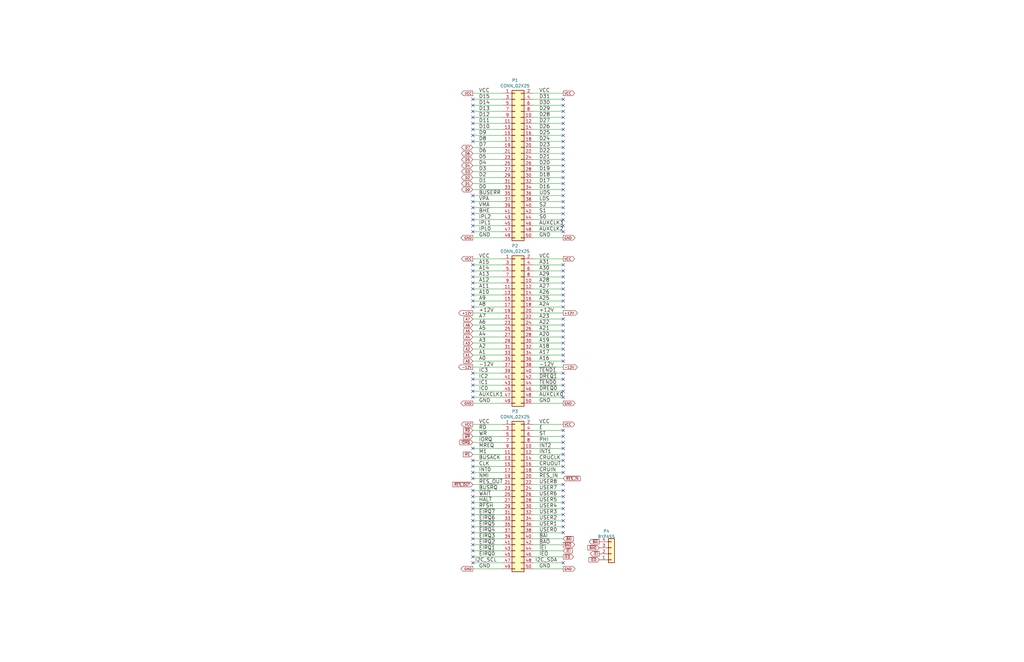
<source format=kicad_sch>
(kicad_sch (version 20211123) (generator eeschema)
  (paper "B")
  (lib_symbols
    (symbol "Connector_Generic:Conn_01x04" (pin_names (offset 1.016) hide)
      (property "Reference" "J" (at 0 5.08 0))
      (property "Value" "Conn_01x04" (at 0 -7.62 0))
      (symbol "Conn_01x04_1_1"
        (rectangle (start -1.27 -4.953) (end 0 -5.207) (stroke (width 0.1524)))
        (rectangle (start -1.27 -2.413) (end 0 -2.667) (stroke (width 0.1524)))
        (rectangle (start -1.27 0.127) (end 0 -0.127) (stroke (width 0.1524)))
        (rectangle (start -1.27 2.667) (end 0 2.413) (stroke (width 0.1524)))
        (rectangle (start -1.27 3.81) (end 1.27 -6.35) (stroke (width 0.254)) (fill (type background)))
        (pin passive line (at -5.08 2.54 0) (length 3.81) (name "Pin_1") (number "1"))
        (pin passive line (at -5.08 0 0) (length 3.81) (name "Pin_2") (number "2"))
        (pin passive line (at -5.08 -2.54 0) (length 3.81) (name "Pin_3") (number "3"))
        (pin passive line (at -5.08 -5.08 0) (length 3.81) (name "Pin_4") (number "4"))
      )
    )
    (symbol "Connector_Generic:Conn_02x25_Odd_Even" (pin_names (offset 1.016) hide)
      (property "Reference" "J" (at 1.27 33.02 0))
      (property "Value" "Conn_02x25_Odd_Even" (at 1.27 -33.02 0))
      (symbol "Conn_02x25_Odd_Even_1_1"
        (rectangle (start -1.27 -30.353) (end 0 -30.607) (stroke (width 0.1524)))
        (rectangle (start -1.27 -27.813) (end 0 -28.067) (stroke (width 0.1524)))
        (rectangle (start -1.27 -25.273) (end 0 -25.527) (stroke (width 0.1524)))
        (rectangle (start -1.27 -22.733) (end 0 -22.987) (stroke (width 0.1524)))
        (rectangle (start -1.27 -20.193) (end 0 -20.447) (stroke (width 0.1524)))
        (rectangle (start -1.27 -17.653) (end 0 -17.907) (stroke (width 0.1524)))
        (rectangle (start -1.27 -15.113) (end 0 -15.367) (stroke (width 0.1524)))
        (rectangle (start -1.27 -12.573) (end 0 -12.827) (stroke (width 0.1524)))
        (rectangle (start -1.27 -10.033) (end 0 -10.287) (stroke (width 0.1524)))
        (rectangle (start -1.27 -7.493) (end 0 -7.747) (stroke (width 0.1524)))
        (rectangle (start -1.27 -4.953) (end 0 -5.207) (stroke (width 0.1524)))
        (rectangle (start -1.27 -2.413) (end 0 -2.667) (stroke (width 0.1524)))
        (rectangle (start -1.27 0.127) (end 0 -0.127) (stroke (width 0.1524)))
        (rectangle (start -1.27 2.667) (end 0 2.413) (stroke (width 0.1524)))
        (rectangle (start -1.27 5.207) (end 0 4.953) (stroke (width 0.1524)))
        (rectangle (start -1.27 7.747) (end 0 7.493) (stroke (width 0.1524)))
        (rectangle (start -1.27 10.287) (end 0 10.033) (stroke (width 0.1524)))
        (rectangle (start -1.27 12.827) (end 0 12.573) (stroke (width 0.1524)))
        (rectangle (start -1.27 15.367) (end 0 15.113) (stroke (width 0.1524)))
        (rectangle (start -1.27 17.907) (end 0 17.653) (stroke (width 0.1524)))
        (rectangle (start -1.27 20.447) (end 0 20.193) (stroke (width 0.1524)))
        (rectangle (start -1.27 22.987) (end 0 22.733) (stroke (width 0.1524)))
        (rectangle (start -1.27 25.527) (end 0 25.273) (stroke (width 0.1524)))
        (rectangle (start -1.27 28.067) (end 0 27.813) (stroke (width 0.1524)))
        (rectangle (start -1.27 30.607) (end 0 30.353) (stroke (width 0.1524)))
        (rectangle (start -1.27 31.75) (end 3.81 -31.75) (stroke (width 0.254)) (fill (type background)))
        (rectangle (start 3.81 -30.353) (end 2.54 -30.607) (stroke (width 0.1524)))
        (rectangle (start 3.81 -27.813) (end 2.54 -28.067) (stroke (width 0.1524)))
        (rectangle (start 3.81 -25.273) (end 2.54 -25.527) (stroke (width 0.1524)))
        (rectangle (start 3.81 -22.733) (end 2.54 -22.987) (stroke (width 0.1524)))
        (rectangle (start 3.81 -20.193) (end 2.54 -20.447) (stroke (width 0.1524)))
        (rectangle (start 3.81 -17.653) (end 2.54 -17.907) (stroke (width 0.1524)))
        (rectangle (start 3.81 -15.113) (end 2.54 -15.367) (stroke (width 0.1524)))
        (rectangle (start 3.81 -12.573) (end 2.54 -12.827) (stroke (width 0.1524)))
        (rectangle (start 3.81 -10.033) (end 2.54 -10.287) (stroke (width 0.1524)))
        (rectangle (start 3.81 -7.493) (end 2.54 -7.747) (stroke (width 0.1524)))
        (rectangle (start 3.81 -4.953) (end 2.54 -5.207) (stroke (width 0.1524)))
        (rectangle (start 3.81 -2.413) (end 2.54 -2.667) (stroke (width 0.1524)))
        (rectangle (start 3.81 0.127) (end 2.54 -0.127) (stroke (width 0.1524)))
        (rectangle (start 3.81 2.667) (end 2.54 2.413) (stroke (width 0.1524)))
        (rectangle (start 3.81 5.207) (end 2.54 4.953) (stroke (width 0.1524)))
        (rectangle (start 3.81 7.747) (end 2.54 7.493) (stroke (width 0.1524)))
        (rectangle (start 3.81 10.287) (end 2.54 10.033) (stroke (width 0.1524)))
        (rectangle (start 3.81 12.827) (end 2.54 12.573) (stroke (width 0.1524)))
        (rectangle (start 3.81 15.367) (end 2.54 15.113) (stroke (width 0.1524)))
        (rectangle (start 3.81 17.907) (end 2.54 17.653) (stroke (width 0.1524)))
        (rectangle (start 3.81 20.447) (end 2.54 20.193) (stroke (width 0.1524)))
        (rectangle (start 3.81 22.987) (end 2.54 22.733) (stroke (width 0.1524)))
        (rectangle (start 3.81 25.527) (end 2.54 25.273) (stroke (width 0.1524)))
        (rectangle (start 3.81 28.067) (end 2.54 27.813) (stroke (width 0.1524)))
        (rectangle (start 3.81 30.607) (end 2.54 30.353) (stroke (width 0.1524)))
        (pin passive line (at -5.08 30.48 0) (length 3.81) (name "Pin_1") (number "1"))
        (pin passive line (at 7.62 20.32 180) (length 3.81) (name "Pin_10") (number "10"))
        (pin passive line (at -5.08 17.78 0) (length 3.81) (name "Pin_11") (number "11"))
        (pin passive line (at 7.62 17.78 180) (length 3.81) (name "Pin_12") (number "12"))
        (pin passive line (at -5.08 15.24 0) (length 3.81) (name "Pin_13") (number "13"))
        (pin passive line (at 7.62 15.24 180) (length 3.81) (name "Pin_14") (number "14"))
        (pin passive line (at -5.08 12.7 0) (length 3.81) (name "Pin_15") (number "15"))
        (pin passive line (at 7.62 12.7 180) (length 3.81) (name "Pin_16") (number "16"))
        (pin passive line (at -5.08 10.16 0) (length 3.81) (name "Pin_17") (number "17"))
        (pin passive line (at 7.62 10.16 180) (length 3.81) (name "Pin_18") (number "18"))
        (pin passive line (at -5.08 7.62 0) (length 3.81) (name "Pin_19") (number "19"))
        (pin passive line (at 7.62 30.48 180) (length 3.81) (name "Pin_2") (number "2"))
        (pin passive line (at 7.62 7.62 180) (length 3.81) (name "Pin_20") (number "20"))
        (pin passive line (at -5.08 5.08 0) (length 3.81) (name "Pin_21") (number "21"))
        (pin passive line (at 7.62 5.08 180) (length 3.81) (name "Pin_22") (number "22"))
        (pin passive line (at -5.08 2.54 0) (length 3.81) (name "Pin_23") (number "23"))
        (pin passive line (at 7.62 2.54 180) (length 3.81) (name "Pin_24") (number "24"))
        (pin passive line (at -5.08 0 0) (length 3.81) (name "Pin_25") (number "25"))
        (pin passive line (at 7.62 0 180) (length 3.81) (name "Pin_26") (number "26"))
        (pin passive line (at -5.08 -2.54 0) (length 3.81) (name "Pin_27") (number "27"))
        (pin passive line (at 7.62 -2.54 180) (length 3.81) (name "Pin_28") (number "28"))
        (pin passive line (at -5.08 -5.08 0) (length 3.81) (name "Pin_29") (number "29"))
        (pin passive line (at -5.08 27.94 0) (length 3.81) (name "Pin_3") (number "3"))
        (pin passive line (at 7.62 -5.08 180) (length 3.81) (name "Pin_30") (number "30"))
        (pin passive line (at -5.08 -7.62 0) (length 3.81) (name "Pin_31") (number "31"))
        (pin passive line (at 7.62 -7.62 180) (length 3.81) (name "Pin_32") (number "32"))
        (pin passive line (at -5.08 -10.16 0) (length 3.81) (name "Pin_33") (number "33"))
        (pin passive line (at 7.62 -10.16 180) (length 3.81) (name "Pin_34") (number "34"))
        (pin passive line (at -5.08 -12.7 0) (length 3.81) (name "Pin_35") (number "35"))
        (pin passive line (at 7.62 -12.7 180) (length 3.81) (name "Pin_36") (number "36"))
        (pin passive line (at -5.08 -15.24 0) (length 3.81) (name "Pin_37") (number "37"))
        (pin passive line (at 7.62 -15.24 180) (length 3.81) (name "Pin_38") (number "38"))
        (pin passive line (at -5.08 -17.78 0) (length 3.81) (name "Pin_39") (number "39"))
        (pin passive line (at 7.62 27.94 180) (length 3.81) (name "Pin_4") (number "4"))
        (pin passive line (at 7.62 -17.78 180) (length 3.81) (name "Pin_40") (number "40"))
        (pin passive line (at -5.08 -20.32 0) (length 3.81) (name "Pin_41") (number "41"))
        (pin passive line (at 7.62 -20.32 180) (length 3.81) (name "Pin_42") (number "42"))
        (pin passive line (at -5.08 -22.86 0) (length 3.81) (name "Pin_43") (number "43"))
        (pin passive line (at 7.62 -22.86 180) (length 3.81) (name "Pin_44") (number "44"))
        (pin passive line (at -5.08 -25.4 0) (length 3.81) (name "Pin_45") (number "45"))
        (pin passive line (at 7.62 -25.4 180) (length 3.81) (name "Pin_46") (number "46"))
        (pin passive line (at -5.08 -27.94 0) (length 3.81) (name "Pin_47") (number "47"))
        (pin passive line (at 7.62 -27.94 180) (length 3.81) (name "Pin_48") (number "48"))
        (pin passive line (at -5.08 -30.48 0) (length 3.81) (name "Pin_49") (number "49"))
        (pin passive line (at -5.08 25.4 0) (length 3.81) (name "Pin_5") (number "5"))
        (pin passive line (at 7.62 -30.48 180) (length 3.81) (name "Pin_50") (number "50"))
        (pin passive line (at 7.62 25.4 180) (length 3.81) (name "Pin_6") (number "6"))
        (pin passive line (at -5.08 22.86 0) (length 3.81) (name "Pin_7") (number "7"))
        (pin passive line (at 7.62 22.86 180) (length 3.81) (name "Pin_8") (number "8"))
        (pin passive line (at -5.08 20.32 0) (length 3.81) (name "Pin_9") (number "9"))
      )
    )
  )
  (no_connect (at 199.39 90.17))
  (no_connect (at 237.49 196.85))
  (no_connect (at 237.49 46.99))
  (no_connect (at 199.39 167.64))
  (no_connect (at 237.49 59.69))
  (no_connect (at 199.39 85.09))
  (no_connect (at 237.49 77.47))
  (no_connect (at 199.39 54.61))
  (no_connect (at 199.39 224.79))
  (no_connect (at 237.49 111.76))
  (no_connect (at 199.39 196.85))
  (no_connect (at 199.39 121.92))
  (no_connect (at 199.39 212.09))
  (no_connect (at 237.49 237.49))
  (no_connect (at 237.49 142.24))
  (no_connect (at 237.49 191.77))
  (no_connect (at 237.49 69.85))
  (no_connect (at 237.49 67.31))
  (no_connect (at 199.39 189.23))
  (no_connect (at 237.49 212.09))
  (no_connect (at 237.49 139.7))
  (no_connect (at 199.39 116.84))
  (no_connect (at 237.49 64.77))
  (no_connect (at 199.39 97.79))
  (no_connect (at 237.49 119.38))
  (no_connect (at 237.49 186.69))
  (no_connect (at 237.49 127))
  (no_connect (at 199.39 227.33))
  (no_connect (at 199.39 207.01))
  (no_connect (at 199.39 232.41))
  (no_connect (at 199.39 52.07))
  (no_connect (at 199.39 124.46))
  (no_connect (at 199.39 119.38))
  (no_connect (at 199.39 219.71))
  (no_connect (at 237.49 181.61))
  (no_connect (at 199.39 49.53))
  (no_connect (at 237.49 184.15))
  (no_connect (at 199.39 59.69))
  (no_connect (at 199.39 41.91))
  (no_connect (at 199.39 160.02))
  (no_connect (at 237.49 116.84))
  (no_connect (at 237.49 54.61))
  (no_connect (at 199.39 157.48))
  (no_connect (at 199.39 165.1))
  (no_connect (at 237.49 52.07))
  (no_connect (at 199.39 201.93))
  (no_connect (at 237.49 214.63))
  (no_connect (at 237.49 114.3))
  (no_connect (at 237.49 152.4))
  (no_connect (at 237.49 74.93))
  (no_connect (at 199.39 129.54))
  (no_connect (at 237.49 165.1))
  (no_connect (at 199.39 57.15))
  (no_connect (at 199.39 234.95))
  (no_connect (at 237.49 217.17))
  (no_connect (at 199.39 46.99))
  (no_connect (at 199.39 222.25))
  (no_connect (at 237.49 57.15))
  (no_connect (at 237.49 189.23))
  (no_connect (at 237.49 62.23))
  (no_connect (at 237.49 72.39))
  (no_connect (at 237.49 157.48))
  (no_connect (at 237.49 224.79))
  (no_connect (at 237.49 162.56))
  (no_connect (at 199.39 214.63))
  (no_connect (at 237.49 97.79))
  (no_connect (at 237.49 160.02))
  (no_connect (at 199.39 217.17))
  (no_connect (at 237.49 90.17))
  (no_connect (at 237.49 219.71))
  (no_connect (at 237.49 49.53))
  (no_connect (at 237.49 194.31))
  (no_connect (at 199.39 92.71))
  (no_connect (at 199.39 127))
  (no_connect (at 199.39 229.87))
  (no_connect (at 199.39 87.63))
  (no_connect (at 199.39 114.3))
  (no_connect (at 237.49 92.71))
  (no_connect (at 237.49 209.55))
  (no_connect (at 199.39 44.45))
  (no_connect (at 237.49 204.47))
  (no_connect (at 237.49 85.09))
  (no_connect (at 237.49 95.25))
  (no_connect (at 237.49 80.01))
  (no_connect (at 237.49 207.01))
  (no_connect (at 237.49 82.55))
  (no_connect (at 237.49 147.32))
  (no_connect (at 237.49 222.25))
  (no_connect (at 199.39 199.39))
  (no_connect (at 237.49 199.39))
  (no_connect (at 237.49 87.63))
  (no_connect (at 199.39 194.31))
  (no_connect (at 199.39 111.76))
  (no_connect (at 237.49 129.54))
  (no_connect (at 199.39 82.55))
  (no_connect (at 199.39 95.25))
  (no_connect (at 237.49 41.91))
  (no_connect (at 237.49 121.92))
  (no_connect (at 237.49 44.45))
  (no_connect (at 237.49 137.16))
  (no_connect (at 237.49 149.86))
  (no_connect (at 237.49 144.78))
  (no_connect (at 199.39 237.49))
  (no_connect (at 237.49 134.62))
  (no_connect (at 199.39 162.56))
  (no_connect (at 237.49 167.64))
  (no_connect (at 237.49 124.46))
  (no_connect (at 199.39 209.55))
  (wire (pts (xy 224.79 224.79) (xy 237.49 224.79)))
  (wire (pts (xy 199.39 224.79) (xy 212.09 224.79)))
  (wire (pts (xy 224.79 77.47) (xy 237.49 77.47)))
  (wire (pts (xy 199.39 54.61) (xy 212.09 54.61)))
  (wire (pts (xy 199.39 209.55) (xy 212.09 209.55)))
  (wire (pts (xy 224.79 207.01) (xy 237.49 207.01)))
  (wire (pts (xy 199.39 137.16) (xy 212.09 137.16)))
  (wire (pts (xy 199.39 49.53) (xy 212.09 49.53)))
  (wire (pts (xy 224.79 97.79) (xy 237.49 97.79)))
  (wire (pts (xy 237.49 194.31) (xy 224.79 194.31)))
  (wire (pts (xy 224.79 201.93) (xy 237.49 201.93)))
  (wire (pts (xy 224.79 209.55) (xy 237.49 209.55)))
  (wire (pts (xy 224.79 57.15) (xy 237.49 57.15)))
  (wire (pts (xy 199.39 240.03) (xy 212.09 240.03)))
  (wire (pts (xy 224.79 100.33) (xy 237.49 100.33)))
  (wire (pts (xy 199.39 67.31) (xy 212.09 67.31)))
  (wire (pts (xy 224.79 85.09) (xy 237.49 85.09)))
  (wire (pts (xy 224.79 142.24) (xy 237.49 142.24)))
  (wire (pts (xy 199.39 152.4) (xy 212.09 152.4)))
  (wire (pts (xy 212.09 160.02) (xy 199.39 160.02)))
  (wire (pts (xy 224.79 137.16) (xy 237.49 137.16)))
  (wire (pts (xy 212.09 85.09) (xy 199.39 85.09)))
  (wire (pts (xy 199.39 204.47) (xy 212.09 204.47)))
  (wire (pts (xy 224.79 80.01) (xy 237.49 80.01)))
  (wire (pts (xy 224.79 212.09) (xy 237.49 212.09)))
  (wire (pts (xy 199.39 74.93) (xy 212.09 74.93)))
  (wire (pts (xy 224.79 170.18) (xy 237.49 170.18)))
  (wire (pts (xy 199.39 149.86) (xy 212.09 149.86)))
  (wire (pts (xy 199.39 116.84) (xy 212.09 116.84)))
  (wire (pts (xy 199.39 227.33) (xy 212.09 227.33)))
  (wire (pts (xy 237.49 184.15) (xy 224.79 184.15)))
  (wire (pts (xy 199.39 134.62) (xy 212.09 134.62)))
  (wire (pts (xy 224.79 144.78) (xy 237.49 144.78)))
  (wire (pts (xy 224.79 124.46) (xy 237.49 124.46)))
  (wire (pts (xy 199.39 52.07) (xy 212.09 52.07)))
  (wire (pts (xy 199.39 199.39) (xy 212.09 199.39)))
  (wire (pts (xy 224.79 67.31) (xy 237.49 67.31)))
  (wire (pts (xy 237.49 95.25) (xy 224.79 95.25)))
  (wire (pts (xy 224.79 114.3) (xy 237.49 114.3)))
  (wire (pts (xy 199.39 41.91) (xy 212.09 41.91)))
  (wire (pts (xy 199.39 111.76) (xy 212.09 111.76)))
  (wire (pts (xy 199.39 44.45) (xy 212.09 44.45)))
  (wire (pts (xy 224.79 44.45) (xy 237.49 44.45)))
  (wire (pts (xy 199.39 59.69) (xy 212.09 59.69)))
  (wire (pts (xy 224.79 129.54) (xy 237.49 129.54)))
  (wire (pts (xy 224.79 147.32) (xy 237.49 147.32)))
  (wire (pts (xy 199.39 77.47) (xy 212.09 77.47)))
  (wire (pts (xy 199.39 191.77) (xy 212.09 191.77)))
  (wire (pts (xy 199.39 64.77) (xy 212.09 64.77)))
  (wire (pts (xy 199.39 62.23) (xy 212.09 62.23)))
  (wire (pts (xy 199.39 222.25) (xy 212.09 222.25)))
  (wire (pts (xy 224.79 204.47) (xy 237.49 204.47)))
  (wire (pts (xy 224.79 59.69) (xy 237.49 59.69)))
  (wire (pts (xy 224.79 87.63) (xy 237.49 87.63)))
  (wire (pts (xy 224.79 62.23) (xy 237.49 62.23)))
  (wire (pts (xy 224.79 219.71) (xy 237.49 219.71)))
  (wire (pts (xy 224.79 82.55) (xy 237.49 82.55)))
  (wire (pts (xy 212.09 90.17) (xy 199.39 90.17)))
  (wire (pts (xy 199.39 121.92) (xy 212.09 121.92)))
  (wire (pts (xy 224.79 69.85) (xy 237.49 69.85)))
  (wire (pts (xy 199.39 46.99) (xy 212.09 46.99)))
  (wire (pts (xy 224.79 196.85) (xy 237.49 196.85)))
  (wire (pts (xy 224.79 179.07) (xy 237.49 179.07)))
  (wire (pts (xy 224.79 157.48) (xy 237.49 157.48)))
  (wire (pts (xy 199.39 194.31) (xy 212.09 194.31)))
  (wire (pts (xy 224.79 222.25) (xy 237.49 222.25)))
  (wire (pts (xy 199.39 201.93) (xy 212.09 201.93)))
  (wire (pts (xy 199.39 179.07) (xy 212.09 179.07)))
  (wire (pts (xy 237.49 234.95) (xy 224.79 234.95)))
  (wire (pts (xy 224.79 154.94) (xy 237.49 154.94)))
  (wire (pts (xy 224.79 134.62) (xy 237.49 134.62)))
  (wire (pts (xy 224.79 92.71) (xy 237.49 92.71)))
  (wire (pts (xy 199.39 212.09) (xy 212.09 212.09)))
  (wire (pts (xy 199.39 119.38) (xy 212.09 119.38)))
  (wire (pts (xy 199.39 144.78) (xy 212.09 144.78)))
  (wire (pts (xy 237.49 191.77) (xy 224.79 191.77)))
  (wire (pts (xy 224.79 109.22) (xy 237.49 109.22)))
  (wire (pts (xy 224.79 121.92) (xy 237.49 121.92)))
  (wire (pts (xy 199.39 186.69) (xy 212.09 186.69)))
  (wire (pts (xy 237.49 181.61) (xy 224.79 181.61)))
  (wire (pts (xy 199.39 170.18) (xy 212.09 170.18)))
  (wire (pts (xy 199.39 219.71) (xy 212.09 219.71)))
  (wire (pts (xy 224.79 46.99) (xy 237.49 46.99)))
  (wire (pts (xy 199.39 196.85) (xy 212.09 196.85)))
  (wire (pts (xy 224.79 149.86) (xy 237.49 149.86)))
  (wire (pts (xy 199.39 234.95) (xy 212.09 234.95)))
  (wire (pts (xy 199.39 181.61) (xy 212.09 181.61)))
  (wire (pts (xy 237.49 189.23) (xy 224.79 189.23)))
  (wire (pts (xy 224.79 165.1) (xy 237.49 165.1)))
  (wire (pts (xy 199.39 129.54) (xy 212.09 129.54)))
  (wire (pts (xy 199.39 229.87) (xy 212.09 229.87)))
  (wire (pts (xy 224.79 240.03) (xy 237.49 240.03)))
  (wire (pts (xy 224.79 64.77) (xy 237.49 64.77)))
  (wire (pts (xy 199.39 127) (xy 212.09 127)))
  (wire (pts (xy 224.79 49.53) (xy 237.49 49.53)))
  (wire (pts (xy 224.79 72.39) (xy 237.49 72.39)))
  (wire (pts (xy 224.79 152.4) (xy 237.49 152.4)))
  (wire (pts (xy 199.39 57.15) (xy 212.09 57.15)))
  (wire (pts (xy 224.79 162.56) (xy 237.49 162.56)))
  (wire (pts (xy 224.79 74.93) (xy 237.49 74.93)))
  (wire (pts (xy 224.79 90.17) (xy 237.49 90.17)))
  (wire (pts (xy 212.09 82.55) (xy 199.39 82.55)))
  (wire (pts (xy 212.09 157.48) (xy 199.39 157.48)))
  (wire (pts (xy 224.79 139.7) (xy 237.49 139.7)))
  (wire (pts (xy 224.79 39.37) (xy 237.49 39.37)))
  (wire (pts (xy 212.09 87.63) (xy 199.39 87.63)))
  (wire (pts (xy 224.79 199.39) (xy 237.49 199.39)))
  (wire (pts (xy 224.79 111.76) (xy 237.49 111.76)))
  (wire (pts (xy 237.49 232.41) (xy 224.79 232.41)))
  (wire (pts (xy 224.79 52.07) (xy 237.49 52.07)))
  (wire (pts (xy 199.39 124.46) (xy 212.09 124.46)))
  (wire (pts (xy 237.49 237.49) (xy 224.79 237.49)))
  (wire (pts (xy 224.79 132.08) (xy 237.49 132.08)))
  (wire (pts (xy 224.79 217.17) (xy 237.49 217.17)))
  (wire (pts (xy 237.49 229.87) (xy 224.79 229.87)))
  (wire (pts (xy 199.39 167.64) (xy 212.09 167.64)))
  (wire (pts (xy 199.39 72.39) (xy 212.09 72.39)))
  (wire (pts (xy 199.39 142.24) (xy 212.09 142.24)))
  (wire (pts (xy 199.39 109.22) (xy 212.09 109.22)))
  (wire (pts (xy 199.39 132.08) (xy 212.09 132.08)))
  (wire (pts (xy 199.39 189.23) (xy 212.09 189.23)))
  (wire (pts (xy 224.79 116.84) (xy 237.49 116.84)))
  (wire (pts (xy 199.39 214.63) (xy 212.09 214.63)))
  (wire (pts (xy 199.39 217.17) (xy 212.09 217.17)))
  (wire (pts (xy 199.39 154.94) (xy 212.09 154.94)))
  (wire (pts (xy 199.39 39.37) (xy 212.09 39.37)))
  (wire (pts (xy 199.39 147.32) (xy 212.09 147.32)))
  (wire (pts (xy 224.79 167.64) (xy 237.49 167.64)))
  (wire (pts (xy 199.39 100.33) (xy 212.09 100.33)))
  (wire (pts (xy 237.49 227.33) (xy 224.79 227.33)))
  (wire (pts (xy 212.09 97.79) (xy 199.39 97.79)))
  (wire (pts (xy 224.79 41.91) (xy 237.49 41.91)))
  (wire (pts (xy 199.39 232.41) (xy 212.09 232.41)))
  (wire (pts (xy 212.09 165.1) (xy 199.39 165.1)))
  (wire (pts (xy 237.49 186.69) (xy 224.79 186.69)))
  (wire (pts (xy 199.39 114.3) (xy 212.09 114.3)))
  (wire (pts (xy 224.79 127) (xy 237.49 127)))
  (wire (pts (xy 199.39 80.01) (xy 212.09 80.01)))
  (wire (pts (xy 199.39 139.7) (xy 212.09 139.7)))
  (wire (pts (xy 199.39 69.85) (xy 212.09 69.85)))
  (wire (pts (xy 212.09 237.49) (xy 199.39 237.49)))
  (wire (pts (xy 224.79 160.02) (xy 237.49 160.02)))
  (wire (pts (xy 212.09 92.71) (xy 199.39 92.71)))
  (wire (pts (xy 224.79 214.63) (xy 237.49 214.63)))
  (wire (pts (xy 199.39 207.01) (xy 212.09 207.01)))
  (wire (pts (xy 212.09 95.25) (xy 199.39 95.25)))
  (wire (pts (xy 224.79 119.38) (xy 237.49 119.38)))
  (wire (pts (xy 212.09 162.56) (xy 199.39 162.56)))
  (wire (pts (xy 224.79 54.61) (xy 237.49 54.61)))
  (wire (pts (xy 199.39 184.15) (xy 212.09 184.15)))
  (label "A7" (at 201.93 134.62 0) (effects (font (size 1.524 1.524))))
  (label "VCC" (at 201.93 179.07 0) (effects (font (size 1.524 1.524))))
  (label "~{BHE}" (at 201.93 90.17 0) (effects (font (size 1.524 1.524))))
  (label "D4" (at 201.93 69.85 0) (effects (font (size 1.524 1.524))))
  (label "A5" (at 201.93 139.7 0) (effects (font (size 1.524 1.524))))
  (label "~{RES_OUT}" (at 201.93 204.47 0) (effects (font (size 1.524 1.524))))
  (label "IPL1" (at 201.93 95.25 0) (effects (font (size 1.524 1.524))))
  (label "UDS" (at 227.33 82.55 0) (effects (font (size 1.524 1.524))))
  (label "~{INT2}" (at 227.33 189.23 0) (effects (font (size 1.524 1.524))))
  (label "VCC" (at 227.33 179.07 0) (effects (font (size 1.524 1.524))))
  (label "IC2" (at 201.93 160.02 0) (effects (font (size 1.524 1.524))))
  (label "USER0" (at 227.33 224.79 0) (effects (font (size 1.524 1.524))))
  (label "VCC" (at 227.33 39.37 0) (effects (font (size 1.524 1.524))))
  (label "A9" (at 201.93 127 0) (effects (font (size 1.524 1.524))))
  (label "D9" (at 201.93 57.15 0) (effects (font (size 1.524 1.524))))
  (label "GND" (at 227.33 100.33 0) (effects (font (size 1.524 1.524))))
  (label "D23" (at 227.33 62.23 0) (effects (font (size 1.524 1.524))))
  (label "D15" (at 201.93 41.91 0) (effects (font (size 1.524 1.524))))
  (label "~{IEI}" (at 227.33 232.41 0) (effects (font (size 1.524 1.524))))
  (label "A6" (at 201.93 137.16 0) (effects (font (size 1.524 1.524))))
  (label "D0" (at 201.93 80.01 0) (effects (font (size 1.524 1.524))))
  (label "GND" (at 201.93 240.03 0) (effects (font (size 1.524 1.524))))
  (label "IPL0" (at 201.93 97.79 0) (effects (font (size 1.524 1.524))))
  (label "D16" (at 227.33 80.01 0) (effects (font (size 1.524 1.524))))
  (label "~{VPA}" (at 201.93 85.09 0) (effects (font (size 1.524 1.524))))
  (label "I2C_SCL" (at 209.55 237.49 180) (effects (font (size 1.524 1.524))))
  (label "~{NMI}" (at 201.93 201.93 0) (effects (font (size 1.524 1.524))))
  (label "~{MREQ}" (at 201.93 189.23 0) (effects (font (size 1.524 1.524))))
  (label "USER6" (at 227.33 209.55 0) (effects (font (size 1.524 1.524))))
  (label "A3" (at 201.93 144.78 0) (effects (font (size 1.524 1.524))))
  (label "A4" (at 201.93 142.24 0) (effects (font (size 1.524 1.524))))
  (label "A23" (at 227.33 134.62 0) (effects (font (size 1.524 1.524))))
  (label "D25" (at 227.33 57.15 0) (effects (font (size 1.524 1.524))))
  (label "D7" (at 201.93 62.23 0) (effects (font (size 1.524 1.524))))
  (label "VCC" (at 227.33 109.22 0) (effects (font (size 1.524 1.524))))
  (label "+12V" (at 227.33 132.08 0) (effects (font (size 1.524 1.524))))
  (label "~{BAO}" (at 227.33 229.87 0) (effects (font (size 1.524 1.524))))
  (label "A14" (at 201.93 114.3 0) (effects (font (size 1.524 1.524))))
  (label "GND" (at 227.33 170.18 0) (effects (font (size 1.524 1.524))))
  (label "D26" (at 227.33 54.61 0) (effects (font (size 1.524 1.524))))
  (label "D6" (at 201.93 64.77 0) (effects (font (size 1.524 1.524))))
  (label "~{INT0}" (at 201.93 199.39 0) (effects (font (size 1.524 1.524))))
  (label "S0" (at 227.33 92.71 0) (effects (font (size 1.524 1.524))))
  (label "A24" (at 227.33 129.54 0) (effects (font (size 1.524 1.524))))
  (label "A28" (at 227.33 119.38 0) (effects (font (size 1.524 1.524))))
  (label "A20" (at 227.33 142.24 0) (effects (font (size 1.524 1.524))))
  (label "~{RD}" (at 201.93 181.61 0) (effects (font (size 1.524 1.524))))
  (label "A21" (at 227.33 139.7 0) (effects (font (size 1.524 1.524))))
  (label "A29" (at 227.33 116.84 0) (effects (font (size 1.524 1.524))))
  (label "AUXCLK3" (at 227.33 95.25 0) (effects (font (size 1.524 1.524))))
  (label "~{DREQ1}" (at 227.33 160.02 0) (effects (font (size 1.524 1.524))))
  (label "D13" (at 201.93 46.99 0) (effects (font (size 1.524 1.524))))
  (label "~{EIRQ0}" (at 201.93 234.95 0) (effects (font (size 1.524 1.524))))
  (label "A1" (at 201.93 149.86 0) (effects (font (size 1.524 1.524))))
  (label "VCC" (at 201.93 109.22 0) (effects (font (size 1.524 1.524))))
  (label "A8" (at 201.93 129.54 0) (effects (font (size 1.524 1.524))))
  (label "A25" (at 227.33 127 0) (effects (font (size 1.524 1.524))))
  (label "A13" (at 201.93 116.84 0) (effects (font (size 1.524 1.524))))
  (label "+12V" (at 201.93 132.08 0) (effects (font (size 1.524 1.524))))
  (label "D18" (at 227.33 74.93 0) (effects (font (size 1.524 1.524))))
  (label "D24" (at 227.33 59.69 0) (effects (font (size 1.524 1.524))))
  (label "~{M1}" (at 201.93 191.77 0) (effects (font (size 1.524 1.524))))
  (label "~{RFSH}" (at 201.93 214.63 0) (effects (font (size 1.524 1.524))))
  (label "USER4" (at 227.33 214.63 0) (effects (font (size 1.524 1.524))))
  (label "PHI" (at 227.33 186.69 0) (effects (font (size 1.524 1.524))))
  (label "~{BUSERR}" (at 201.93 82.55 0) (effects (font (size 1.524 1.524))))
  (label "AUXCLK0" (at 227.33 167.64 0) (effects (font (size 1.524 1.524))))
  (label "~{IEO}" (at 227.33 234.95 0) (effects (font (size 1.524 1.524))))
  (label "~{HALT}" (at 201.93 212.09 0) (effects (font (size 1.524 1.524))))
  (label "I2C_SDA" (at 234.95 237.49 180) (effects (font (size 1.524 1.524))))
  (label "USER8" (at 227.33 204.47 0) (effects (font (size 1.524 1.524))))
  (label "~{EIRQ4}" (at 201.93 224.79 0) (effects (font (size 1.524 1.524))))
  (label "A16" (at 227.33 152.4 0) (effects (font (size 1.524 1.524))))
  (label "A2" (at 201.93 147.32 0) (effects (font (size 1.524 1.524))))
  (label "A31" (at 227.33 111.76 0) (effects (font (size 1.524 1.524))))
  (label "~{TEND1}" (at 227.33 157.48 0) (effects (font (size 1.524 1.524))))
  (label "AUXCLK1" (at 201.93 167.64 0) (effects (font (size 1.524 1.524))))
  (label "D3" (at 201.93 72.39 0) (effects (font (size 1.524 1.524))))
  (label "D19" (at 227.33 72.39 0) (effects (font (size 1.524 1.524))))
  (label "~{WR}" (at 201.93 184.15 0) (effects (font (size 1.524 1.524))))
  (label "A10" (at 201.93 124.46 0) (effects (font (size 1.524 1.524))))
  (label "E" (at 227.33 181.61 0) (effects (font (size 1.524 1.524))))
  (label "ST" (at 227.33 184.15 0) (effects (font (size 1.524 1.524))))
  (label "A18" (at 227.33 147.32 0) (effects (font (size 1.524 1.524))))
  (label "A15" (at 201.93 111.76 0) (effects (font (size 1.524 1.524))))
  (label "A0" (at 201.93 152.4 0) (effects (font (size 1.524 1.524))))
  (label "LDS" (at 227.33 85.09 0) (effects (font (size 1.524 1.524))))
  (label "D12" (at 201.93 49.53 0) (effects (font (size 1.524 1.524))))
  (label "IC1" (at 201.93 162.56 0) (effects (font (size 1.524 1.524))))
  (label "~{BUSACK}" (at 201.93 194.31 0) (effects (font (size 1.524 1.524))))
  (label "A19" (at 227.33 144.78 0) (effects (font (size 1.524 1.524))))
  (label "AUXCLK2" (at 227.33 97.79 0) (effects (font (size 1.524 1.524))))
  (label "GND" (at 227.33 240.03 0) (effects (font (size 1.524 1.524))))
  (label "D1" (at 201.93 77.47 0) (effects (font (size 1.524 1.524))))
  (label "S1" (at 227.33 90.17 0) (effects (font (size 1.524 1.524))))
  (label "~{WAIT}" (at 201.93 209.55 0) (effects (font (size 1.524 1.524))))
  (label "~{EIRQ2}" (at 201.93 229.87 0) (effects (font (size 1.524 1.524))))
  (label "CRUIN" (at 227.33 199.39 0) (effects (font (size 1.524 1.524))))
  (label "-12V" (at 201.93 154.94 0) (effects (font (size 1.524 1.524))))
  (label "D22" (at 227.33 64.77 0) (effects (font (size 1.524 1.524))))
  (label "~{IORQ}" (at 201.93 186.69 0) (effects (font (size 1.524 1.524))))
  (label "~{EIRQ5}" (at 201.93 222.25 0) (effects (font (size 1.524 1.524))))
  (label "CRUCLK" (at 227.33 194.31 0) (effects (font (size 1.524 1.524))))
  (label "D8" (at 201.93 59.69 0) (effects (font (size 1.524 1.524))))
  (label "D14" (at 201.93 44.45 0) (effects (font (size 1.524 1.524))))
  (label "D11" (at 201.93 52.07 0) (effects (font (size 1.524 1.524))))
  (label "A17" (at 227.33 149.86 0) (effects (font (size 1.524 1.524))))
  (label "A26" (at 227.33 124.46 0) (effects (font (size 1.524 1.524))))
  (label "A12" (at 201.93 119.38 0) (effects (font (size 1.524 1.524))))
  (label "~{INT1}" (at 227.33 191.77 0) (effects (font (size 1.524 1.524))))
  (label "~{EIRQ6}" (at 201.93 219.71 0) (effects (font (size 1.524 1.524))))
  (label "CLK" (at 201.93 196.85 0) (effects (font (size 1.524 1.524))))
  (label "S2" (at 227.33 87.63 0) (effects (font (size 1.524 1.524))))
  (label "D30" (at 227.33 44.45 0) (effects (font (size 1.524 1.524))))
  (label "A30" (at 227.33 114.3 0) (effects (font (size 1.524 1.524))))
  (label "~{RES_IN}" (at 227.33 201.93 0) (effects (font (size 1.524 1.524))))
  (label "D31" (at 227.33 41.91 0) (effects (font (size 1.524 1.524))))
  (label "D28" (at 227.33 49.53 0) (effects (font (size 1.524 1.524))))
  (label "D2" (at 201.93 74.93 0) (effects (font (size 1.524 1.524))))
  (label "D29" (at 227.33 46.99 0) (effects (font (size 1.524 1.524))))
  (label "USER5" (at 227.33 212.09 0) (effects (font (size 1.524 1.524))))
  (label "~{BUSRQ}" (at 201.93 207.01 0) (effects (font (size 1.524 1.524))))
  (label "GND" (at 201.93 170.18 0) (effects (font (size 1.524 1.524))))
  (label "~{EIRQ1}" (at 201.93 232.41 0) (effects (font (size 1.524 1.524))))
  (label "A27" (at 227.33 121.92 0) (effects (font (size 1.524 1.524))))
  (label "~{DREQ0}" (at 227.33 165.1 0) (effects (font (size 1.524 1.524))))
  (label "-12V" (at 227.33 154.94 0) (effects (font (size 1.524 1.524))))
  (label "IC3" (at 201.93 157.48 0) (effects (font (size 1.524 1.524))))
  (label "D27" (at 227.33 52.07 0) (effects (font (size 1.524 1.524))))
  (label "USER7" (at 227.33 207.01 0) (effects (font (size 1.524 1.524))))
  (label "D10" (at 201.93 54.61 0) (effects (font (size 1.524 1.524))))
  (label "D21" (at 227.33 67.31 0) (effects (font (size 1.524 1.524))))
  (label "~{VMA}" (at 201.93 87.63 0) (effects (font (size 1.524 1.524))))
  (label "D17" (at 227.33 77.47 0) (effects (font (size 1.524 1.524))))
  (label "A22" (at 227.33 137.16 0) (effects (font (size 1.524 1.524))))
  (label "~{BAI}" (at 227.33 227.33 0) (effects (font (size 1.524 1.524))))
  (label "USER2" (at 227.33 219.71 0) (effects (font (size 1.524 1.524))))
  (label "VCC" (at 201.93 39.37 0) (effects (font (size 1.524 1.524))))
  (label "CRUOUT" (at 227.33 196.85 0) (effects (font (size 1.524 1.524))))
  (label "GND" (at 201.93 100.33 0) (effects (font (size 1.524 1.524))))
  (label "D20" (at 227.33 69.85 0) (effects (font (size 1.524 1.524))))
  (label "~{TEND0}" (at 227.33 162.56 0) (effects (font (size 1.524 1.524))))
  (label "~{EIRQ3}" (at 201.93 227.33 0) (effects (font (size 1.524 1.524))))
  (label "~{EIRQ7}" (at 201.93 217.17 0) (effects (font (size 1.524 1.524))))
  (label "USER3" (at 227.33 217.17 0) (effects (font (size 1.524 1.524))))
  (label "IPL2" (at 201.93 92.71 0) (effects (font (size 1.524 1.524))))
  (label "A11" (at 201.93 121.92 0) (effects (font (size 1.524 1.524))))
  (label "D5" (at 201.93 67.31 0) (effects (font (size 1.524 1.524))))
  (label "IC0" (at 201.93 165.1 0) (effects (font (size 1.524 1.524))))
  (label "USER1" (at 227.33 222.25 0) (effects (font (size 1.524 1.524))))
  (global_label "GND" (shape output) (at 199.39 100.33 180) (effects (font (size 1.016 1.016))) (property "Intersheet References" "${INTERSHEET_REFS}" (effects hide)))
  (global_label "VCC" (shape output) (at 199.39 179.07 180) (effects (font (size 1.016 1.016))) (property "Intersheet References" "${INTERSHEET_REFS}" (effects hide)))
  (global_label "GND" (shape output) (at 237.49 100.33 0) (effects (font (size 1.016 1.016))) (property "Intersheet References" "${INTERSHEET_REFS}" (effects hide)))
  (global_label "~{BAI}" (shape input) (at 237.49 227.33 0) (effects (font (size 1.016 1.016))) (property "Intersheet References" "${INTERSHEET_REFS}" (effects hide)))
  (global_label "VCC" (shape output) (at 199.39 39.37 180) (effects (font (size 1.016 1.016))) (property "Intersheet References" "${INTERSHEET_REFS}" (effects hide)))
  (global_label "A0" (shape input) (at 199.39 152.4 180) (effects (font (size 1.016 1.016))) (property "Intersheet References" "${INTERSHEET_REFS}" (effects hide)))
  (global_label "+12V" (shape output) (at 199.39 132.08 180) (effects (font (size 1.016 1.016))) (property "Intersheet References" "${INTERSHEET_REFS}" (effects hide)))
  (global_label "D7" (shape bidirectional) (at 199.39 62.23 180) (effects (font (size 1.016 1.016))) (property "Intersheet References" "${INTERSHEET_REFS}" (effects hide)))
  (global_label "A4" (shape input) (at 199.39 142.24 180) (effects (font (size 1.016 1.016))) (property "Intersheet References" "${INTERSHEET_REFS}" (effects hide)))
  (global_label "A5" (shape input) (at 199.39 139.7 180) (effects (font (size 1.016 1.016))) (property "Intersheet References" "${INTERSHEET_REFS}" (effects hide)))
  (global_label "~{BAO}" (shape input) (at 252.73 231.14 180) (effects (font (size 1.016 1.016))) (property "Intersheet References" "${INTERSHEET_REFS}" (effects hide)))
  (global_label "~{WR}" (shape input) (at 199.39 184.15 180) (effects (font (size 1.016 1.016))) (property "Intersheet References" "${INTERSHEET_REFS}" (effects hide)))
  (global_label "~{IEI}" (shape output) (at 252.73 233.68 180) (effects (font (size 1.016 1.016))) (property "Intersheet References" "${INTERSHEET_REFS}" (effects hide)))
  (global_label "+12V" (shape output) (at 237.49 132.08 0) (effects (font (size 1.016 1.016))) (property "Intersheet References" "${INTERSHEET_REFS}" (effects hide)))
  (global_label "GND" (shape output) (at 199.39 170.18 180) (effects (font (size 1.016 1.016))) (property "Intersheet References" "${INTERSHEET_REFS}" (effects hide)))
  (global_label "A3" (shape input) (at 199.39 144.78 180) (effects (font (size 1.016 1.016))) (property "Intersheet References" "${INTERSHEET_REFS}" (effects hide)))
  (global_label "~{RD}" (shape input) (at 199.39 181.61 180) (effects (font (size 1.016 1.016))) (property "Intersheet References" "${INTERSHEET_REFS}" (effects hide)))
  (global_label "~{RES_IN}" (shape input) (at 237.49 201.93 0) (effects (font (size 1.016 1.016))) (property "Intersheet References" "${INTERSHEET_REFS}" (effects hide)))
  (global_label "-12V" (shape output) (at 237.49 154.94 0) (effects (font (size 1.016 1.016))) (property "Intersheet References" "${INTERSHEET_REFS}" (effects hide)))
  (global_label "~{IEO}" (shape output) (at 237.49 234.95 0) (effects (font (size 1.016 1.016))) (property "Intersheet References" "${INTERSHEET_REFS}" (effects hide)))
  (global_label "A2" (shape input) (at 199.39 147.32 180) (effects (font (size 1.016 1.016))) (property "Intersheet References" "${INTERSHEET_REFS}" (effects hide)))
  (global_label "~{RES_OUT}" (shape input) (at 199.39 204.47 180) (effects (font (size 1.016 1.016))) (property "Intersheet References" "${INTERSHEET_REFS}" (effects hide)))
  (global_label "VCC" (shape output) (at 199.39 109.22 180) (effects (font (size 1.016 1.016))) (property "Intersheet References" "${INTERSHEET_REFS}" (effects hide)))
  (global_label "D2" (shape bidirectional) (at 199.39 74.93 180) (effects (font (size 1.016 1.016))) (property "Intersheet References" "${INTERSHEET_REFS}" (effects hide)))
  (global_label "A1" (shape input) (at 199.39 149.86 180) (effects (font (size 1.016 1.016))) (property "Intersheet References" "${INTERSHEET_REFS}" (effects hide)))
  (global_label "~{IORQ}" (shape input) (at 199.39 186.69 180) (effects (font (size 1.016 1.016))) (property "Intersheet References" "${INTERSHEET_REFS}" (effects hide)))
  (global_label "GND" (shape output) (at 237.49 170.18 0) (effects (font (size 1.016 1.016))) (property "Intersheet References" "${INTERSHEET_REFS}" (effects hide)))
  (global_label "~{M1}" (shape input) (at 199.39 191.77 180) (effects (font (size 1.016 1.016))) (property "Intersheet References" "${INTERSHEET_REFS}" (effects hide)))
  (global_label "D0" (shape bidirectional) (at 199.39 80.01 180) (effects (font (size 1.016 1.016))) (property "Intersheet References" "${INTERSHEET_REFS}" (effects hide)))
  (global_label "D1" (shape bidirectional) (at 199.39 77.47 180) (effects (font (size 1.016 1.016))) (property "Intersheet References" "${INTERSHEET_REFS}" (effects hide)))
  (global_label "VCC" (shape output) (at 237.49 109.22 0) (effects (font (size 1.016 1.016))) (property "Intersheet References" "${INTERSHEET_REFS}" (effects hide)))
  (global_label "D4" (shape bidirectional) (at 199.39 69.85 180) (effects (font (size 1.016 1.016))) (property "Intersheet References" "${INTERSHEET_REFS}" (effects hide)))
  (global_label "D3" (shape bidirectional) (at 199.39 72.39 180) (effects (font (size 1.016 1.016))) (property "Intersheet References" "${INTERSHEET_REFS}" (effects hide)))
  (global_label "-12V" (shape output) (at 199.39 154.94 180) (effects (font (size 1.016 1.016))) (property "Intersheet References" "${INTERSHEET_REFS}" (effects hide)))
  (global_label "VCC" (shape output) (at 237.49 179.07 0) (effects (font (size 1.016 1.016))) (property "Intersheet References" "${INTERSHEET_REFS}" (effects hide)))
  (global_label "~{IEO}" (shape input) (at 252.73 236.22 180) (effects (font (size 1.016 1.016))) (property "Intersheet References" "${INTERSHEET_REFS}" (effects hide)))
  (global_label "VCC" (shape output) (at 237.49 39.37 0) (effects (font (size 1.016 1.016))) (property "Intersheet References" "${INTERSHEET_REFS}" (effects hide)))
  (global_label "~{BAO}" (shape output) (at 237.49 229.87 0) (effects (font (size 1.016 1.016))) (property "Intersheet References" "${INTERSHEET_REFS}" (effects hide)))
  (global_label "D5" (shape bidirectional) (at 199.39 67.31 180) (effects (font (size 1.016 1.016))) (property "Intersheet References" "${INTERSHEET_REFS}" (effects hide)))
  (global_label "GND" (shape output) (at 199.39 240.03 180) (effects (font (size 1.016 1.016))) (property "Intersheet References" "${INTERSHEET_REFS}" (effects hide)))
  (global_label "A6" (shape input) (at 199.39 137.16 180) (effects (font (size 1.016 1.016))) (property "Intersheet References" "${INTERSHEET_REFS}" (effects hide)))
  (global_label "~{BAI}" (shape output) (at 252.73 228.6 180) (effects (font (size 1.016 1.016))) (property "Intersheet References" "${INTERSHEET_REFS}" (effects hide)))
  (global_label "~{IEI}" (shape input) (at 237.49 232.41 0) (effects (font (size 1.016 1.016))) (property "Intersheet References" "${INTERSHEET_REFS}" (effects hide)))
  (global_label "D6" (shape bidirectional) (at 199.39 64.77 180) (effects (font (size 1.016 1.016))) (property "Intersheet References" "${INTERSHEET_REFS}" (effects hide)))
  (global_label "GND" (shape output) (at 237.49 240.03 0) (effects (font (size 1.016 1.016))) (property "Intersheet References" "${INTERSHEET_REFS}" (effects hide)))
  (global_label "A7" (shape input) (at 199.39 134.62 180) (effects (font (size 1.016 1.016))) (property "Intersheet References" "${INTERSHEET_REFS}" (effects hide)))
  (symbol (lib_id "Connector_Generic:Conn_01x04") (at 257.81 233.68 0) (mirror x) (unit 1)
    (property "Reference" "P4" (at 255.7018 224.155 0))
    (property "Value" "BYPASS" (at 255.7018 226.4664 0))
    (property "Footprint" "Connector_PinHeader_2.54mm:PinHeader_1x04_P2.54mm_Vertical" (effects hide))
  )
  (symbol (lib_id "Connector_Generic:Conn_02x25_Odd_Even") (at 217.17 209.55 0) (unit 1)
    (property "Reference" "P3" (at 217.17 173.609 0))
    (property "Value" "CONN_02X25" (at 217.17 175.9204 0))
    (property "Footprint" "Connector_IDC:IDC-Header_2x25_P2.54mm_Horizontal" (effects hide))
  )
  (symbol (lib_id "Connector_Generic:Conn_02x25_Odd_Even") (at 217.17 139.7 0) (unit 1)
    (property "Reference" "P2" (at 217.17 103.759 0))
    (property "Value" "CONN_02X25" (at 217.17 106.0704 0))
    (property "Footprint" "Connector_IDC:IDC-Header_2x25_P2.54mm_Horizontal" (effects hide))
  )
  (symbol (lib_id "Connector_Generic:Conn_02x25_Odd_Even") (at 217.17 69.85 0) (unit 1)
    (property "Reference" "P1" (at 217.17 33.909 0))
    (property "Value" "CONN_02X25" (at 217.17 36.2204 0))
    (property "Footprint" "Connector_IDC:IDC-Header_2x25_P2.54mm_Horizontal" (effects hide))
  )
)
</source>
